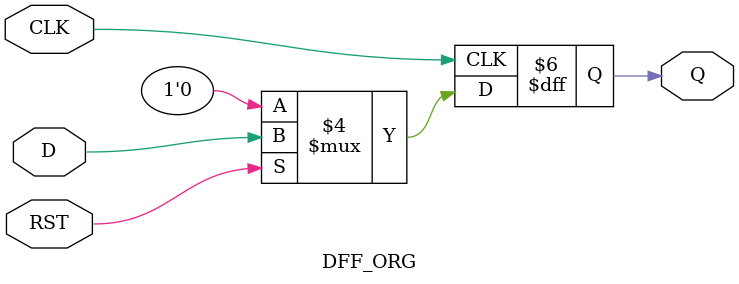
<source format=v>
module DFF_ORG(CLK,RST,D,Q);
	input CLK,RST,D;
	output Q;
	reg Q;
	
	always @(posedge CLK)
		if(! RST)
			Q <= 1'b0;
		else
			Q <= D;
endmodule

</source>
